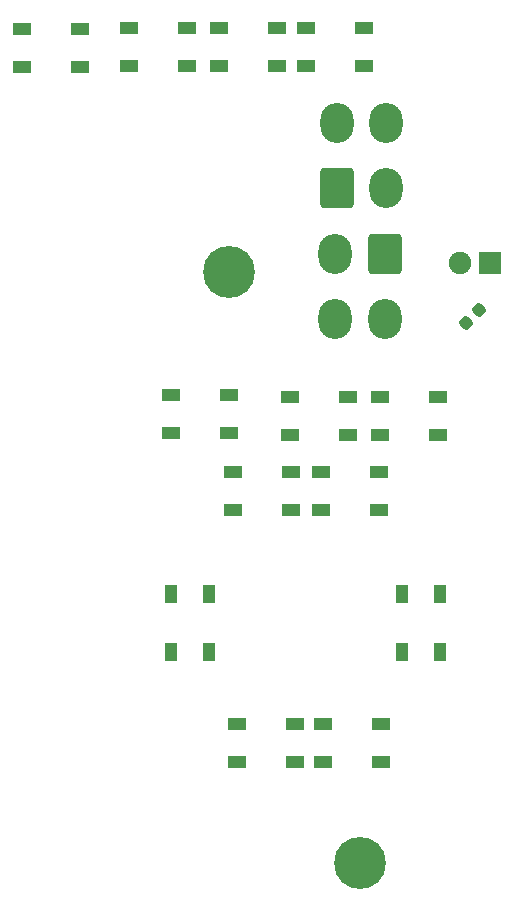
<source format=gbr>
%TF.GenerationSoftware,KiCad,Pcbnew,(6.0.9)*%
%TF.CreationDate,2022-12-07T12:03:19-09:00*%
%TF.ProjectId,AV COOL Panel,41562043-4f4f-44c2-9050-616e656c2e6b,rev?*%
%TF.SameCoordinates,Original*%
%TF.FileFunction,Soldermask,Top*%
%TF.FilePolarity,Negative*%
%FSLAX46Y46*%
G04 Gerber Fmt 4.6, Leading zero omitted, Abs format (unit mm)*
G04 Created by KiCad (PCBNEW (6.0.9)) date 2022-12-07 12:03:19*
%MOMM*%
%LPD*%
G01*
G04 APERTURE LIST*
G04 Aperture macros list*
%AMRoundRect*
0 Rectangle with rounded corners*
0 $1 Rounding radius*
0 $2 $3 $4 $5 $6 $7 $8 $9 X,Y pos of 4 corners*
0 Add a 4 corners polygon primitive as box body*
4,1,4,$2,$3,$4,$5,$6,$7,$8,$9,$2,$3,0*
0 Add four circle primitives for the rounded corners*
1,1,$1+$1,$2,$3*
1,1,$1+$1,$4,$5*
1,1,$1+$1,$6,$7*
1,1,$1+$1,$8,$9*
0 Add four rect primitives between the rounded corners*
20,1,$1+$1,$2,$3,$4,$5,0*
20,1,$1+$1,$4,$5,$6,$7,0*
20,1,$1+$1,$6,$7,$8,$9,0*
20,1,$1+$1,$8,$9,$2,$3,0*%
G04 Aperture macros list end*
%ADD10RoundRect,0.268750X-0.026517X0.335876X-0.335876X0.026517X0.026517X-0.335876X0.335876X-0.026517X0*%
%ADD11RoundRect,0.050000X-0.750000X-0.500000X0.750000X-0.500000X0.750000X0.500000X-0.750000X0.500000X0*%
%ADD12RoundRect,0.050000X0.500000X-0.750000X0.500000X0.750000X-0.500000X0.750000X-0.500000X-0.750000X0*%
%ADD13RoundRect,0.050000X-0.500000X0.750000X-0.500000X-0.750000X0.500000X-0.750000X0.500000X0.750000X0*%
%ADD14C,4.400000*%
%ADD15RoundRect,0.050000X0.900000X0.900000X-0.900000X0.900000X-0.900000X-0.900000X0.900000X-0.900000X0*%
%ADD16C,1.900000*%
%ADD17RoundRect,0.300001X-1.099999X-1.399999X1.099999X-1.399999X1.099999X1.399999X-1.099999X1.399999X0*%
%ADD18O,2.800000X3.400000*%
%ADD19RoundRect,0.300001X1.099999X1.399999X-1.099999X1.399999X-1.099999X-1.399999X1.099999X-1.399999X0*%
G04 APERTURE END LIST*
D10*
%TO.C,R1*%
X249017694Y-61116306D03*
X247904000Y-62230000D03*
%TD*%
D11*
%TO.C,D2*%
X210312000Y-37338000D03*
X210312000Y-40538000D03*
X215212000Y-40538000D03*
X215212000Y-37338000D03*
%TD*%
%TO.C,D3*%
X219382000Y-37262000D03*
X219382000Y-40462000D03*
X224282000Y-40462000D03*
X224282000Y-37262000D03*
%TD*%
%TO.C,D4*%
X227002000Y-37262000D03*
X227002000Y-40462000D03*
X231902000Y-40462000D03*
X231902000Y-37262000D03*
%TD*%
%TO.C,D5*%
X234368000Y-37262000D03*
X234368000Y-40462000D03*
X239268000Y-40462000D03*
X239268000Y-37262000D03*
%TD*%
%TO.C,D6*%
X222938000Y-68326000D03*
X222938000Y-71526000D03*
X227838000Y-71526000D03*
X227838000Y-68326000D03*
%TD*%
%TO.C,D7*%
X233008000Y-68504000D03*
X233008000Y-71704000D03*
X237908000Y-71704000D03*
X237908000Y-68504000D03*
%TD*%
%TO.C,D8*%
X240628000Y-68504000D03*
X240628000Y-71704000D03*
X245528000Y-71704000D03*
X245528000Y-68504000D03*
%TD*%
%TO.C,D9*%
X228182000Y-74854000D03*
X228182000Y-78054000D03*
X233082000Y-78054000D03*
X233082000Y-74854000D03*
%TD*%
%TO.C,D10*%
X235638000Y-74854000D03*
X235638000Y-78054000D03*
X240538000Y-78054000D03*
X240538000Y-74854000D03*
%TD*%
D12*
%TO.C,D11*%
X242494000Y-90080000D03*
X245694000Y-90080000D03*
X245694000Y-85180000D03*
X242494000Y-85180000D03*
%TD*%
D11*
%TO.C,D12*%
X235802000Y-96190000D03*
X235802000Y-99390000D03*
X240702000Y-99390000D03*
X240702000Y-96190000D03*
%TD*%
%TO.C,D13*%
X228526000Y-96190000D03*
X228526000Y-99390000D03*
X233426000Y-99390000D03*
X233426000Y-96190000D03*
%TD*%
D13*
%TO.C,D14*%
X226136000Y-85180000D03*
X222936000Y-85180000D03*
X222936000Y-90080000D03*
X226136000Y-90080000D03*
%TD*%
D14*
%TO.C,REF\u002A\u002A*%
X227838000Y-57912000D03*
%TD*%
%TO.C,REF\u002A\u002A*%
X238950519Y-107950010D03*
%TD*%
D15*
%TO.C,D1*%
X249936000Y-57150000D03*
D16*
X247396000Y-57150000D03*
%TD*%
D17*
%TO.C,J1*%
X236982000Y-50800000D03*
D18*
X241182000Y-50800000D03*
X236982000Y-45300000D03*
X241182000Y-45300000D03*
%TD*%
D19*
%TO.C,J2*%
X241046000Y-56388000D03*
D18*
X236846000Y-56388000D03*
X241046000Y-61888000D03*
X236846000Y-61888000D03*
%TD*%
M02*

</source>
